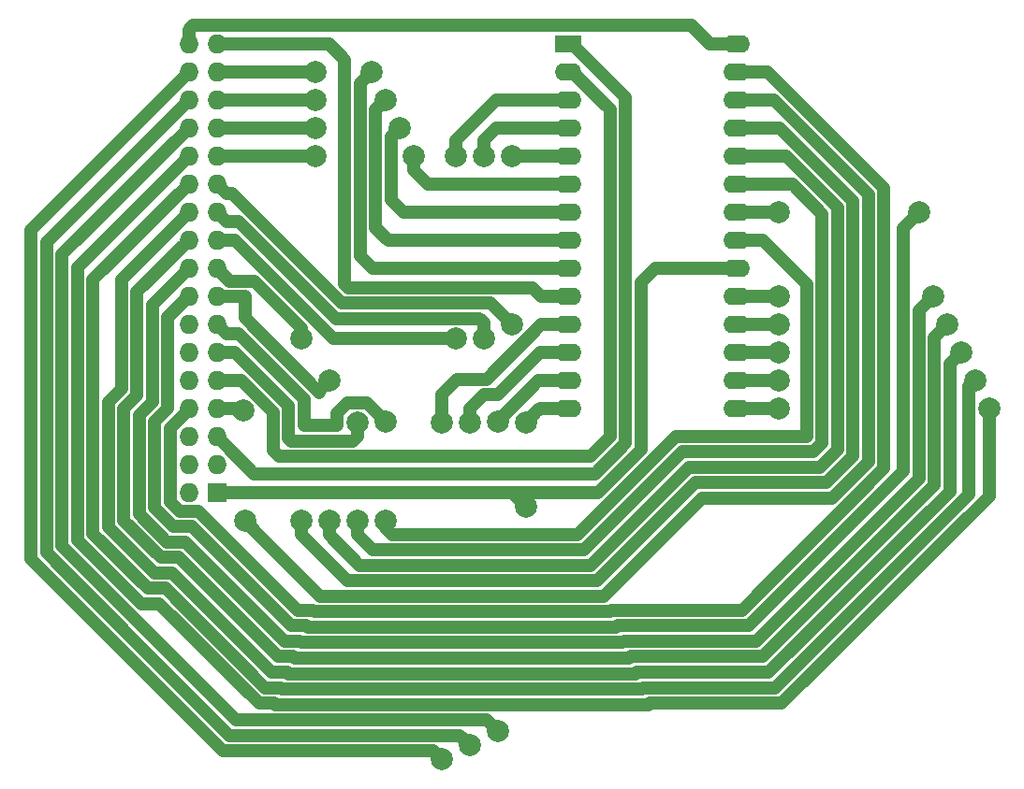
<source format=gbr>
G04 #@! TF.GenerationSoftware,KiCad,Pcbnew,(5.1.2)-1*
G04 #@! TF.CreationDate,2019-06-28T17:07:01+09:30*
G04 #@! TF.ProjectId,27(C)256 programmer,32372843-2932-4353-9620-70726f677261,rev?*
G04 #@! TF.SameCoordinates,Original*
G04 #@! TF.FileFunction,Copper,L2,Bot*
G04 #@! TF.FilePolarity,Positive*
%FSLAX46Y46*%
G04 Gerber Fmt 4.6, Leading zero omitted, Abs format (unit mm)*
G04 Created by KiCad (PCBNEW (5.1.2)-1) date 2019-06-28 17:07:01*
%MOMM*%
%LPD*%
G04 APERTURE LIST*
%ADD10O,2.400000X1.600000*%
%ADD11R,2.400000X1.600000*%
%ADD12O,1.727200X1.727200*%
%ADD13R,1.727200X1.727200*%
%ADD14C,2.000000*%
%ADD15C,1.200000*%
G04 APERTURE END LIST*
D10*
X160020000Y-66040000D03*
X144780000Y-99060000D03*
X160020000Y-68580000D03*
X144780000Y-96520000D03*
X160020000Y-71120000D03*
X144780000Y-93980000D03*
X160020000Y-73660000D03*
X144780000Y-91440000D03*
X160020000Y-76200000D03*
X144780000Y-88900000D03*
X160020000Y-78740000D03*
X144780000Y-86360000D03*
X160020000Y-81280000D03*
X144780000Y-83820000D03*
X160020000Y-83820000D03*
X144780000Y-81280000D03*
X160020000Y-86360000D03*
X144780000Y-78740000D03*
X160020000Y-88900000D03*
X144780000Y-76200000D03*
X160020000Y-91440000D03*
X144780000Y-73660000D03*
X160020000Y-93980000D03*
X144780000Y-71120000D03*
X160020000Y-96520000D03*
X144780000Y-68580000D03*
X160020000Y-99060000D03*
D11*
X144780000Y-66040000D03*
D12*
X110490000Y-66040000D03*
X113030000Y-66040000D03*
X110490000Y-68580000D03*
X113030000Y-68580000D03*
X110490000Y-71120000D03*
X113030000Y-71120000D03*
X110490000Y-73660000D03*
X113030000Y-73660000D03*
X110490000Y-76200000D03*
X113030000Y-76200000D03*
X110490000Y-78740000D03*
X113030000Y-78740000D03*
X110490000Y-81280000D03*
X113030000Y-81280000D03*
X110490000Y-83820000D03*
X113030000Y-83820000D03*
X110490000Y-86360000D03*
X113030000Y-86360000D03*
X110490000Y-88900000D03*
X113030000Y-88900000D03*
X110490000Y-91440000D03*
X113030000Y-91440000D03*
X110490000Y-93980000D03*
X113030000Y-93980000D03*
X110490000Y-96520000D03*
X113030000Y-96520000D03*
X110490000Y-99060000D03*
X113030000Y-99060000D03*
X110490000Y-101600000D03*
X113030000Y-101600000D03*
X110490000Y-104140000D03*
X113030000Y-104140000D03*
X110490000Y-106680000D03*
D13*
X113030000Y-106680000D03*
D14*
X133350000Y-100330000D03*
X133350000Y-130810000D03*
X127000000Y-68580000D03*
X121920000Y-68580000D03*
X135890000Y-100330000D03*
X135890000Y-129540000D03*
X128270000Y-71120000D03*
X121920000Y-71120000D03*
X138430000Y-100205998D03*
X138430000Y-128270000D03*
X129540000Y-73660000D03*
X121920000Y-73660000D03*
X163830000Y-99060000D03*
X182880000Y-99060000D03*
X130810000Y-76200000D03*
X121920000Y-76200000D03*
X163830000Y-96520000D03*
X181610000Y-96520000D03*
X139700000Y-91440000D03*
X139700000Y-76200000D03*
X163830000Y-93980000D03*
X180339992Y-93980000D03*
X137160000Y-92710000D03*
X137160000Y-76199998D03*
X163830000Y-91440000D03*
X179070000Y-91440000D03*
X134620000Y-76200000D03*
X134620004Y-92710000D03*
X163830000Y-88900000D03*
X177800000Y-88900000D03*
X120650000Y-92710000D03*
X120650000Y-109220000D03*
X163830000Y-81280000D03*
X176530000Y-81280000D03*
X123190000Y-96520000D03*
X123190000Y-109220000D03*
X128270000Y-100205998D03*
X128270000Y-109220000D03*
X125730000Y-100330000D03*
X125730000Y-109220000D03*
X115570000Y-109220000D03*
X115417374Y-99212626D03*
X140969996Y-107950000D03*
X140969996Y-100330004D03*
D15*
X155956399Y-64376399D02*
X110883601Y-64376399D01*
X160020000Y-66040000D02*
X157620000Y-66040000D01*
X157620000Y-66040000D02*
X155956399Y-64376399D01*
X110490000Y-64770000D02*
X110490000Y-66040000D01*
X110883601Y-64376399D02*
X110490000Y-64770000D01*
X113030000Y-66040000D02*
X123190000Y-66040000D01*
X124939980Y-88109978D02*
X141589978Y-88109978D01*
X123190000Y-66040000D02*
X124590011Y-67440011D01*
X124590011Y-87760009D02*
X124939980Y-88109978D01*
X141589978Y-88109978D02*
X142380000Y-88900000D01*
X124590011Y-67440011D02*
X124590011Y-87760009D01*
X142380000Y-88900000D02*
X144780000Y-88900000D01*
X137430010Y-96389990D02*
X134750010Y-96389990D01*
X144780000Y-91440000D02*
X142380000Y-91440000D01*
X142380000Y-91440000D02*
X137430010Y-96389990D01*
X134750010Y-96389990D02*
X133350000Y-97790000D01*
X133350000Y-97790000D02*
X133350000Y-100330000D01*
X133350000Y-100330000D02*
X133350000Y-100330000D01*
X133350000Y-130810000D02*
X133350000Y-130810000D01*
X96226310Y-82843690D02*
X96226311Y-112697661D01*
X110490000Y-68580000D02*
X96226310Y-82843690D01*
X96226311Y-112697661D02*
X113588683Y-130060035D01*
X113588683Y-130060035D02*
X132600035Y-130060035D01*
X132600035Y-130060035D02*
X133350000Y-130810000D01*
X118110000Y-68580000D02*
X121920000Y-68580000D01*
X127000000Y-68580000D02*
X127000000Y-68580000D01*
X121920000Y-68580000D02*
X121920000Y-68580000D01*
X113030000Y-68580000D02*
X118110000Y-68580000D01*
X125990022Y-69589978D02*
X126000001Y-69579999D01*
X126000001Y-69579999D02*
X127000000Y-68580000D01*
X127130010Y-86360000D02*
X125990022Y-85220012D01*
X125990022Y-85220012D02*
X125990022Y-69589978D01*
X144780000Y-86360000D02*
X127130010Y-86360000D01*
X144780000Y-93980000D02*
X142240000Y-93980000D01*
X142240000Y-93980000D02*
X138430000Y-97790000D01*
X138430000Y-97790000D02*
X137160000Y-97790000D01*
X137160000Y-97790000D02*
X135890000Y-99060000D01*
X135890000Y-99060000D02*
X135890000Y-100330000D01*
X135890000Y-100330000D02*
X135890000Y-100330000D01*
X97626320Y-112117758D02*
X105468465Y-119959903D01*
X110490000Y-71120000D02*
X97626319Y-83983681D01*
X97626319Y-83983681D02*
X97626320Y-112117758D01*
X105468465Y-119959903D02*
X114168586Y-128660025D01*
X114168586Y-128660025D02*
X135010025Y-128660025D01*
X135010025Y-128660025D02*
X135890000Y-129540000D01*
X135890000Y-129540000D02*
X135890000Y-129540000D01*
X118110000Y-71120000D02*
X121920000Y-71120000D01*
X128270000Y-71120000D02*
X128270000Y-71120000D01*
X121920000Y-71120000D02*
X121920000Y-71120000D01*
X118110000Y-71120000D02*
X113030000Y-71120000D01*
X127390033Y-71999967D02*
X128270000Y-71120000D01*
X144780000Y-83820000D02*
X128530020Y-83820000D01*
X128530020Y-83820000D02*
X127390033Y-82680013D01*
X127390033Y-82680013D02*
X127390033Y-71999967D01*
X142115998Y-96520000D02*
X138430000Y-100205998D01*
X144780000Y-96520000D02*
X142115998Y-96520000D01*
X138430000Y-100205998D02*
X138430000Y-100205998D01*
X99026329Y-111537855D02*
X106868474Y-119380000D01*
X110490000Y-73660000D02*
X99026328Y-85123672D01*
X99026328Y-85123672D02*
X99026329Y-111537855D01*
X114748489Y-127260015D02*
X137420015Y-127260015D01*
X106868474Y-119380000D02*
X114748489Y-127260015D01*
X137420015Y-127260015D02*
X138430000Y-128270000D01*
X138430000Y-128270000D02*
X138430000Y-128270000D01*
X118110000Y-73660000D02*
X121920000Y-73660000D01*
X129540000Y-73660000D02*
X129540000Y-73660000D01*
X121920000Y-73660000D02*
X121920000Y-73660000D01*
X113030000Y-73660000D02*
X118110000Y-73660000D01*
X128790042Y-74409958D02*
X129540000Y-73660000D01*
X144780000Y-81280000D02*
X129930030Y-81280000D01*
X128790042Y-80140012D02*
X128790042Y-74409958D01*
X129930030Y-81280000D02*
X128790042Y-80140012D01*
X160020000Y-99060000D02*
X163830000Y-99060000D01*
X163830000Y-99060000D02*
X163830000Y-99060000D01*
X118350617Y-125860006D02*
X152064118Y-125860005D01*
X106212053Y-116743667D02*
X107853667Y-116743667D01*
X182880000Y-106979656D02*
X182880000Y-100474213D01*
X164129656Y-125730000D02*
X182880000Y-106979656D01*
X152194123Y-125730000D02*
X164129656Y-125730000D01*
X100426337Y-86263663D02*
X100426338Y-110957952D01*
X118220611Y-125730000D02*
X118350617Y-125860006D01*
X107853667Y-116743667D02*
X116840000Y-125730000D01*
X116840000Y-125730000D02*
X118220611Y-125730000D01*
X182880000Y-100474213D02*
X182880000Y-99060000D01*
X152064118Y-125860005D02*
X152194123Y-125730000D01*
X100426338Y-110957952D02*
X106212053Y-116743667D01*
X110490000Y-76200000D02*
X100426337Y-86263663D01*
X144780000Y-78740000D02*
X132080000Y-78740000D01*
X132080000Y-78740000D02*
X130810000Y-77470000D01*
X130810000Y-77470000D02*
X130810000Y-76200000D01*
X118110000Y-76200000D02*
X121920000Y-76200000D01*
X130810000Y-76200000D02*
X130810000Y-76200000D01*
X121920000Y-76200000D02*
X121920000Y-76200000D01*
X113030000Y-76200000D02*
X118110000Y-76200000D01*
X160020000Y-96520000D02*
X163830000Y-96520000D01*
X163830000Y-96520000D02*
X163830000Y-96520000D01*
X106791956Y-115343656D02*
X108433571Y-115343657D01*
X101826347Y-87403653D02*
X101826348Y-110378048D01*
X163549754Y-124329988D02*
X181079999Y-106799743D01*
X110490000Y-78740000D02*
X101826347Y-87403653D01*
X118800510Y-124329989D02*
X118930519Y-124459996D01*
X117419903Y-124329989D02*
X118800510Y-124329989D01*
X151614220Y-124329989D02*
X163549754Y-124329988D01*
X151484214Y-124459995D02*
X151614220Y-124329989D01*
X118930519Y-124459996D02*
X151484214Y-124459995D01*
X181079999Y-106799743D02*
X181079999Y-97050001D01*
X181079999Y-97050001D02*
X181610000Y-96520000D01*
X108433571Y-115343657D02*
X117419903Y-124329989D01*
X101826348Y-110378048D02*
X106791956Y-115343656D01*
X142240000Y-76200000D02*
X142240000Y-76200000D01*
X144780000Y-76200000D02*
X139700000Y-76200000D01*
X138700001Y-90440001D02*
X139700000Y-91440000D01*
X137769987Y-89509987D02*
X138700001Y-90440001D01*
X124360075Y-89509987D02*
X137769987Y-89509987D01*
X114453687Y-79603599D02*
X124360075Y-89509987D01*
X113893599Y-79603599D02*
X114453687Y-79603599D01*
X113030000Y-78740000D02*
X113893599Y-79603599D01*
X160020000Y-93980000D02*
X163830000Y-93980000D01*
X163830000Y-93980000D02*
X163830000Y-93980000D01*
X151034317Y-122929978D02*
X162969850Y-122929978D01*
X110490000Y-81280000D02*
X104400022Y-87369978D01*
X162969850Y-122929978D02*
X179330022Y-106569806D01*
X117999806Y-122929978D02*
X119380413Y-122929978D01*
X104400022Y-87369978D02*
X104400022Y-97308193D01*
X104400022Y-97308193D02*
X103226357Y-98481861D01*
X103226357Y-98481861D02*
X103226358Y-109798144D01*
X103226358Y-109798144D02*
X107371859Y-113943645D01*
X109013473Y-113943645D02*
X117999806Y-122929978D01*
X119380413Y-122929978D02*
X119510421Y-123059986D01*
X119510421Y-123059986D02*
X150904310Y-123059985D01*
X150904310Y-123059985D02*
X151034317Y-122929978D01*
X179330022Y-106569806D02*
X179330022Y-94989970D01*
X107371859Y-113943645D02*
X109013473Y-113943645D01*
X179339993Y-94979999D02*
X180339992Y-93980000D01*
X179330022Y-94989970D02*
X179339993Y-94979999D01*
X137160000Y-74785785D02*
X137160000Y-76199998D01*
X144780000Y-73660000D02*
X138285785Y-73660000D01*
X138285785Y-73660000D02*
X137160000Y-74785785D01*
X113030000Y-81280000D02*
X113893599Y-82143599D01*
X136774211Y-90909998D02*
X137160000Y-91295787D01*
X123780173Y-90909998D02*
X136774211Y-90909998D01*
X113893599Y-82143599D02*
X115013774Y-82143599D01*
X115013774Y-82143599D02*
X123780173Y-90909998D01*
X137160000Y-91295787D02*
X137160000Y-92710000D01*
X160020000Y-91440000D02*
X163830000Y-91440000D01*
X163830000Y-91440000D02*
X163830000Y-91440000D01*
X118579709Y-121529967D02*
X119960312Y-121529967D01*
X105800033Y-97888095D02*
X104626367Y-99061763D01*
X150454414Y-121529967D02*
X162389948Y-121529966D01*
X104626368Y-109218240D02*
X107951762Y-112543634D01*
X162389948Y-121529966D02*
X177930011Y-105989903D01*
X177930011Y-105989903D02*
X177930011Y-92579989D01*
X178070001Y-92439999D02*
X179070000Y-91440000D01*
X177930011Y-92579989D02*
X178070001Y-92439999D01*
X104626367Y-99061763D02*
X104626368Y-109218240D01*
X119960312Y-121529967D02*
X120090323Y-121659976D01*
X150324406Y-121659975D02*
X150454414Y-121529967D01*
X107951762Y-112543634D02*
X109593377Y-112543635D01*
X109593377Y-112543635D02*
X118579709Y-121529967D01*
X105800033Y-88509967D02*
X105800033Y-97888095D01*
X110490000Y-83820000D02*
X105800033Y-88509967D01*
X120090323Y-121659976D02*
X150324406Y-121659975D01*
X144780000Y-71120000D02*
X138285787Y-71120000D01*
X138285787Y-71120000D02*
X134620000Y-74785787D01*
X134620000Y-74785787D02*
X134620000Y-76200000D01*
X114710262Y-83820000D02*
X123600262Y-92710000D01*
X123600262Y-92710000D02*
X133205791Y-92710000D01*
X113030000Y-83820000D02*
X114710262Y-83820000D01*
X133205791Y-92710000D02*
X134620004Y-92710000D01*
X160020000Y-88900000D02*
X163830000Y-88900000D01*
X163830000Y-88900000D02*
X163830000Y-88900000D01*
X120540215Y-120129956D02*
X120670225Y-120259966D01*
X110173279Y-111143623D02*
X119159612Y-120129956D01*
X176800001Y-89899999D02*
X177800000Y-88900000D01*
X149874511Y-120129956D02*
X161810044Y-120129956D01*
X161810044Y-120129956D02*
X176530000Y-105410000D01*
X119159612Y-120129956D02*
X120540215Y-120129956D01*
X176530000Y-90170000D02*
X176800001Y-89899999D01*
X106026377Y-99641665D02*
X106026378Y-108638336D01*
X176530000Y-105410000D02*
X176530000Y-90170000D01*
X108531665Y-111143623D02*
X110173279Y-111143623D01*
X106026378Y-108638336D02*
X108531665Y-111143623D01*
X107200043Y-98467999D02*
X106026377Y-99641665D01*
X110490000Y-86360000D02*
X107200044Y-89649956D01*
X107200044Y-89649956D02*
X107200043Y-98467999D01*
X149744502Y-120259965D02*
X149874511Y-120129956D01*
X120670225Y-120259966D02*
X149744502Y-120259965D01*
X116410339Y-87499990D02*
X120650000Y-91739651D01*
X113030000Y-86360000D02*
X114169990Y-87499990D01*
X114169990Y-87499990D02*
X116410339Y-87499990D01*
X120650000Y-91739651D02*
X120650000Y-92710000D01*
X120650000Y-92710000D02*
X120650000Y-92710000D01*
X120650000Y-109220000D02*
X120650000Y-109220000D01*
X120650000Y-110490000D02*
X120650000Y-109220000D01*
X124819923Y-114659923D02*
X120650000Y-110490000D01*
X163979821Y-73660000D02*
X170570027Y-80250206D01*
X160020000Y-73660000D02*
X163979821Y-73660000D01*
X170570027Y-80250206D02*
X170570027Y-103339705D01*
X170570027Y-103339705D02*
X168139807Y-105769925D01*
X168139807Y-105769925D02*
X156314887Y-105769925D01*
X147424889Y-114659923D02*
X124819923Y-114659923D01*
X156314887Y-105769925D02*
X147424889Y-114659923D01*
X160020000Y-81280000D02*
X163830000Y-81280000D01*
X149294608Y-118729945D02*
X161119526Y-118729945D01*
X121120118Y-118729945D02*
X121250128Y-118859955D01*
X109111568Y-109743612D02*
X110753183Y-109743613D01*
X175129990Y-82680010D02*
X176530000Y-81280000D01*
X121250128Y-118859955D02*
X149164598Y-118859955D01*
X110490000Y-88900000D02*
X108600055Y-90789945D01*
X110753183Y-109743613D02*
X119739515Y-118729945D01*
X107426388Y-100221568D02*
X107426388Y-108058432D01*
X107426388Y-108058432D02*
X109111568Y-109743612D01*
X175129989Y-104719482D02*
X175129990Y-82680010D01*
X161119526Y-118729945D02*
X175129989Y-104719482D01*
X149164598Y-118859955D02*
X149294608Y-118729945D01*
X119739515Y-118729945D02*
X121120118Y-118729945D01*
X108600053Y-99047903D02*
X107426388Y-100221568D01*
X108600055Y-90789945D02*
X108600053Y-99047903D01*
X163830000Y-81280000D02*
X163830000Y-81280000D01*
X176530000Y-81280000D02*
X176530000Y-81280000D01*
X113030000Y-88900000D02*
X115570000Y-88900000D01*
X115570000Y-90879916D02*
X122310030Y-97619945D01*
X115570000Y-88900000D02*
X115570000Y-90879916D01*
X122310030Y-97619945D02*
X122310030Y-97399970D01*
X122310030Y-97399970D02*
X123190000Y-96520000D01*
X123190000Y-96520000D02*
X123190000Y-96520000D01*
X123190000Y-110490000D02*
X123190000Y-109220000D01*
X125959912Y-113259912D02*
X123190000Y-110490000D01*
X146844986Y-113259912D02*
X125959912Y-113259912D01*
X164539907Y-76200000D02*
X169170016Y-80830109D01*
X160020000Y-76200000D02*
X164539907Y-76200000D01*
X169170016Y-80830109D02*
X169170016Y-102759802D01*
X169170016Y-102759802D02*
X167559904Y-104369914D01*
X167559904Y-104369914D02*
X155734983Y-104369915D01*
X155734983Y-104369915D02*
X146844986Y-113259912D01*
X123190000Y-109220000D02*
X123190000Y-109220000D01*
X115013770Y-92303599D02*
X120910020Y-98199848D01*
X113030000Y-91440000D02*
X113893599Y-92303599D01*
X113893599Y-92303599D02*
X115013770Y-92303599D01*
X120910020Y-98199848D02*
X120910020Y-100590021D01*
X120910020Y-100590021D02*
X123929999Y-100590021D01*
X126594001Y-98529999D02*
X128270000Y-100205998D01*
X124865999Y-98529999D02*
X126594001Y-98529999D01*
X123929999Y-100590021D02*
X123929999Y-99465999D01*
X123929999Y-99465999D02*
X124865999Y-98529999D01*
X128270000Y-100205998D02*
X128270000Y-100205998D01*
X128270000Y-109855000D02*
X128270000Y-109220000D01*
X128874890Y-110459890D02*
X128270000Y-109855000D01*
X162420000Y-83820000D02*
X166369994Y-87769994D01*
X160020000Y-83820000D02*
X162420000Y-83820000D01*
X166369994Y-87769994D02*
X166369994Y-101569894D01*
X166369994Y-101569894D02*
X154575175Y-101569895D01*
X154575175Y-101569895D02*
X145685180Y-110459890D01*
X145685180Y-110459890D02*
X128874890Y-110459890D01*
X128270000Y-109220000D02*
X128270000Y-109220000D01*
X114710258Y-93980000D02*
X119510010Y-98779751D01*
X113030000Y-93980000D02*
X114710258Y-93980000D01*
X119510010Y-101730010D02*
X119770031Y-101990031D01*
X119510010Y-98779751D02*
X119510010Y-101730010D01*
X119770031Y-101990031D02*
X124460000Y-101990031D01*
X124460000Y-101990031D02*
X125339969Y-101990031D01*
X125339969Y-101990031D02*
X125730000Y-101600000D01*
X125730000Y-101600000D02*
X125730000Y-100330000D01*
X125730000Y-100330000D02*
X125730000Y-100330000D01*
X127099901Y-111859901D02*
X125730000Y-110490000D01*
X146265083Y-111859901D02*
X127099901Y-111859901D01*
X165099993Y-78740000D02*
X167770005Y-81410012D01*
X125730000Y-110490000D02*
X125730000Y-109220000D01*
X160020000Y-78740000D02*
X165099993Y-78740000D01*
X167770005Y-81410012D02*
X167770005Y-102179899D01*
X167770005Y-102179899D02*
X166979999Y-102969905D01*
X166979999Y-102969905D02*
X155155079Y-102969905D01*
X155155079Y-102969905D02*
X146265083Y-111859901D01*
X125730000Y-109220000D02*
X125730000Y-109220000D01*
X148590000Y-101615344D02*
X146805342Y-103400002D01*
X137556037Y-103390041D02*
X118630041Y-103390041D01*
X115270346Y-96520000D02*
X114251314Y-96520000D01*
X145180000Y-68580000D02*
X148590000Y-71990000D01*
X118630041Y-103390041D02*
X118110000Y-102870000D01*
X144780000Y-68580000D02*
X145180000Y-68580000D01*
X146805342Y-103400002D02*
X137565998Y-103400002D01*
X137565998Y-103400002D02*
X137556037Y-103390041D01*
X118110000Y-102870000D02*
X118110000Y-99359654D01*
X114251314Y-96520000D02*
X113030000Y-96520000D01*
X118110000Y-99359654D02*
X115270346Y-96520000D01*
X148590000Y-71990000D02*
X148590000Y-101615344D01*
X120319418Y-117329934D02*
X111333085Y-108343601D01*
X148584695Y-117459944D02*
X121830031Y-117459944D01*
X111333085Y-108343601D02*
X109691471Y-108343601D01*
X173370049Y-79090398D02*
X173370048Y-104499509D01*
X108826399Y-100801471D02*
X110490000Y-99137870D01*
X121700021Y-117329934D02*
X120319418Y-117329934D01*
X109691471Y-108343601D02*
X108826399Y-107478529D01*
X110490000Y-99137870D02*
X110490000Y-99060000D01*
X108826399Y-107478529D02*
X108826399Y-100801471D01*
X121830031Y-117459944D02*
X121700021Y-117329934D01*
X148714705Y-117329934D02*
X148584695Y-117459944D01*
X160539623Y-117329934D02*
X148714705Y-117329934D01*
X173370048Y-104499509D02*
X160539623Y-117329934D01*
X162859650Y-68580000D02*
X173370049Y-79090398D01*
X160020000Y-68580000D02*
X162859650Y-68580000D01*
X115570000Y-109220000D02*
X115570000Y-109220000D01*
X115570000Y-99060000D02*
X115570000Y-99060000D01*
X115264748Y-99060000D02*
X115417374Y-99212626D01*
X113030000Y-99060000D02*
X115264748Y-99060000D01*
X160020000Y-71120000D02*
X163419735Y-71120000D01*
X163419735Y-71120000D02*
X171970038Y-79670303D01*
X168719712Y-107169934D02*
X156894791Y-107169935D01*
X148004792Y-116059934D02*
X122409934Y-116059934D01*
X171970038Y-103919608D02*
X168719712Y-107169934D01*
X156894791Y-107169935D02*
X148004792Y-116059934D01*
X116569999Y-110219999D02*
X115570000Y-109220000D01*
X122409934Y-116059934D02*
X116569999Y-110219999D01*
X171970038Y-79670303D02*
X171970038Y-103919608D01*
X147246728Y-104938529D02*
X116368529Y-104938529D01*
X149990010Y-102195248D02*
X147246728Y-104938529D01*
X113893599Y-102463599D02*
X113030000Y-101600000D01*
X145180000Y-66040000D02*
X149990010Y-70850010D01*
X144780000Y-66040000D02*
X145180000Y-66040000D01*
X116368529Y-104938529D02*
X113893599Y-102463599D01*
X149990010Y-70850010D02*
X149990010Y-102195248D01*
X113030000Y-106680000D02*
X139700000Y-106680000D01*
X160020000Y-86360000D02*
X152660020Y-86360000D01*
X147485170Y-106680000D02*
X139700000Y-106680000D01*
X151390020Y-102775150D02*
X147485170Y-106680000D01*
X151390020Y-87630000D02*
X151390020Y-102775150D01*
X152660020Y-86360000D02*
X151390020Y-87630000D01*
X140970000Y-107950000D02*
X140970000Y-107950000D01*
X141110000Y-100330000D02*
X141110000Y-100330000D01*
X141110000Y-100330000D02*
X141110000Y-100330000D01*
X140970000Y-107950000D02*
X140970000Y-107950000D01*
X139700000Y-106680000D02*
X139700000Y-106680004D01*
X139700000Y-106680004D02*
X139969997Y-106950001D01*
X139969997Y-106950001D02*
X140969996Y-107950000D01*
X144780000Y-99060000D02*
X142240000Y-99060000D01*
X141969995Y-99330005D02*
X140969996Y-100330004D01*
X142240000Y-99060000D02*
X141969995Y-99330005D01*
M02*

</source>
